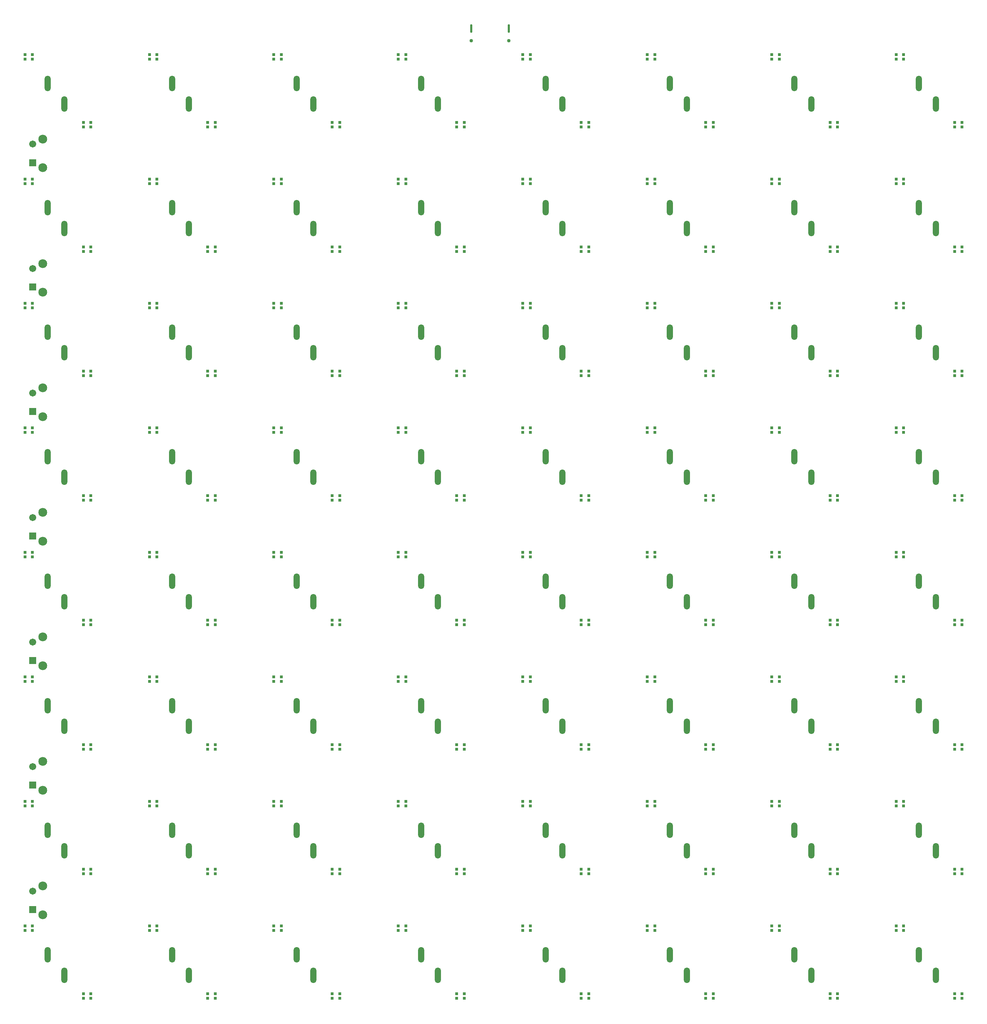
<source format=gbr>
%TF.GenerationSoftware,KiCad,Pcbnew,9.0.1*%
%TF.CreationDate,2025-05-31T00:25:17+01:00*%
%TF.ProjectId,Button MIDI Controller,42757474-6f6e-4204-9d49-444920436f6e,rev?*%
%TF.SameCoordinates,Original*%
%TF.FileFunction,Soldermask,Top*%
%TF.FilePolarity,Negative*%
%FSLAX46Y46*%
G04 Gerber Fmt 4.6, Leading zero omitted, Abs format (unit mm)*
G04 Created by KiCad (PCBNEW 9.0.1) date 2025-05-31 00:25:17*
%MOMM*%
%LPD*%
G01*
G04 APERTURE LIST*
G04 Aperture macros list*
%AMRoundRect*
0 Rectangle with rounded corners*
0 $1 Rounding radius*
0 $2 $3 $4 $5 $6 $7 $8 $9 X,Y pos of 4 corners*
0 Add a 4 corners polygon primitive as box body*
4,1,4,$2,$3,$4,$5,$6,$7,$8,$9,$2,$3,0*
0 Add four circle primitives for the rounded corners*
1,1,$1+$1,$2,$3*
1,1,$1+$1,$4,$5*
1,1,$1+$1,$6,$7*
1,1,$1+$1,$8,$9*
0 Add four rect primitives between the rounded corners*
20,1,$1+$1,$2,$3,$4,$5,0*
20,1,$1+$1,$4,$5,$6,$7,0*
20,1,$1+$1,$6,$7,$8,$9,0*
20,1,$1+$1,$8,$9,$2,$3,0*%
G04 Aperture macros list end*
%ADD10C,0.850000*%
%ADD11O,0.550000X2.050000*%
%ADD12R,0.700000X0.700000*%
%ADD13C,1.712000*%
%ADD14RoundRect,0.102000X-0.754000X0.754000X-0.754000X-0.754000X0.754000X-0.754000X0.754000X0.754000X0*%
%ADD15C,2.154000*%
%ADD16O,1.500000X3.800000*%
G04 APERTURE END LIST*
D10*
%TO.C,J2*%
X-172685000Y316588000D03*
D11*
X-172685000Y319568000D03*
D10*
X-163495000Y316588000D03*
D11*
X-163495000Y319568000D03*
%TD*%
D12*
%TO.C,D192*%
X-267117000Y84614000D03*
X-267117000Y83514000D03*
X-265287000Y83514000D03*
X-265287000Y84614000D03*
%TD*%
%TO.C,D191*%
X-236817000Y84614000D03*
X-236817000Y83514000D03*
X-234987000Y83514000D03*
X-234987000Y84614000D03*
%TD*%
%TO.C,D190*%
X-206517000Y84614000D03*
X-206517000Y83514000D03*
X-204687000Y83514000D03*
X-204687000Y84614000D03*
%TD*%
%TO.C,D189*%
X-176217000Y84614000D03*
X-176217000Y83514000D03*
X-174387000Y83514000D03*
X-174387000Y84614000D03*
%TD*%
%TO.C,D188*%
X-145917000Y84614000D03*
X-145917000Y83514000D03*
X-144087000Y83514000D03*
X-144087000Y84614000D03*
%TD*%
%TO.C,D187*%
X-115617000Y84614000D03*
X-115617000Y83514000D03*
X-113787000Y83514000D03*
X-113787000Y84614000D03*
%TD*%
%TO.C,D186*%
X-85317000Y84614000D03*
X-85317000Y83514000D03*
X-83487000Y83514000D03*
X-83487000Y84614000D03*
%TD*%
%TO.C,D185*%
X-55017000Y84614000D03*
X-55017000Y83514000D03*
X-53187000Y83514000D03*
X-53187000Y84614000D03*
%TD*%
%TO.C,D184*%
X-67401000Y100024000D03*
X-67401000Y101124000D03*
X-69231000Y101124000D03*
X-69231000Y100024000D03*
%TD*%
%TO.C,D183*%
X-97701000Y100024000D03*
X-97701000Y101124000D03*
X-99531000Y101124000D03*
X-99531000Y100024000D03*
%TD*%
%TO.C,D182*%
X-128001000Y100024000D03*
X-128001000Y101124000D03*
X-129831000Y101124000D03*
X-129831000Y100024000D03*
%TD*%
%TO.C,D181*%
X-158301000Y100024000D03*
X-158301000Y101124000D03*
X-160131000Y101124000D03*
X-160131000Y100024000D03*
%TD*%
%TO.C,D180*%
X-188601000Y100024000D03*
X-188601000Y101124000D03*
X-190431000Y101124000D03*
X-190431000Y100024000D03*
%TD*%
%TO.C,D179*%
X-218901000Y100024000D03*
X-218901000Y101124000D03*
X-220731000Y101124000D03*
X-220731000Y100024000D03*
%TD*%
%TO.C,D178*%
X-249201000Y100024000D03*
X-249201000Y101124000D03*
X-251031000Y101124000D03*
X-251031000Y100024000D03*
%TD*%
%TO.C,D177*%
X-279501000Y100024000D03*
X-279501000Y101124000D03*
X-281331000Y101124000D03*
X-281331000Y100024000D03*
%TD*%
%TO.C,D176*%
X-267117000Y114914000D03*
X-267117000Y113814000D03*
X-265287000Y113814000D03*
X-265287000Y114914000D03*
%TD*%
%TO.C,D175*%
X-236817000Y114914000D03*
X-236817000Y113814000D03*
X-234987000Y113814000D03*
X-234987000Y114914000D03*
%TD*%
%TO.C,D174*%
X-206517000Y114914000D03*
X-206517000Y113814000D03*
X-204687000Y113814000D03*
X-204687000Y114914000D03*
%TD*%
%TO.C,D173*%
X-176217000Y114914000D03*
X-176217000Y113814000D03*
X-174387000Y113814000D03*
X-174387000Y114914000D03*
%TD*%
%TO.C,D172*%
X-145917000Y114914000D03*
X-145917000Y113814000D03*
X-144087000Y113814000D03*
X-144087000Y114914000D03*
%TD*%
%TO.C,D171*%
X-115617000Y114914000D03*
X-115617000Y113814000D03*
X-113787000Y113814000D03*
X-113787000Y114914000D03*
%TD*%
%TO.C,D170*%
X-85317000Y114914000D03*
X-85317000Y113814000D03*
X-83487000Y113814000D03*
X-83487000Y114914000D03*
%TD*%
%TO.C,D169*%
X-55017000Y114914000D03*
X-55017000Y113814000D03*
X-53187000Y113814000D03*
X-53187000Y114914000D03*
%TD*%
%TO.C,D168*%
X-67401000Y130324000D03*
X-67401000Y131424000D03*
X-69231000Y131424000D03*
X-69231000Y130324000D03*
%TD*%
%TO.C,D167*%
X-97701000Y130324000D03*
X-97701000Y131424000D03*
X-99531000Y131424000D03*
X-99531000Y130324000D03*
%TD*%
%TO.C,D166*%
X-128001000Y130324000D03*
X-128001000Y131424000D03*
X-129831000Y131424000D03*
X-129831000Y130324000D03*
%TD*%
%TO.C,D165*%
X-158301000Y130324000D03*
X-158301000Y131424000D03*
X-160131000Y131424000D03*
X-160131000Y130324000D03*
%TD*%
%TO.C,D164*%
X-188601000Y130324000D03*
X-188601000Y131424000D03*
X-190431000Y131424000D03*
X-190431000Y130324000D03*
%TD*%
%TO.C,D163*%
X-218901000Y130324000D03*
X-218901000Y131424000D03*
X-220731000Y131424000D03*
X-220731000Y130324000D03*
%TD*%
%TO.C,D162*%
X-249201000Y130324000D03*
X-249201000Y131424000D03*
X-251031000Y131424000D03*
X-251031000Y130324000D03*
%TD*%
%TO.C,D161*%
X-279501000Y130324000D03*
X-279501000Y131424000D03*
X-281331000Y131424000D03*
X-281331000Y130324000D03*
%TD*%
%TO.C,D160*%
X-267117000Y145214000D03*
X-267117000Y144114000D03*
X-265287000Y144114000D03*
X-265287000Y145214000D03*
%TD*%
%TO.C,D159*%
X-236817000Y145214000D03*
X-236817000Y144114000D03*
X-234987000Y144114000D03*
X-234987000Y145214000D03*
%TD*%
%TO.C,D158*%
X-206517000Y145214000D03*
X-206517000Y144114000D03*
X-204687000Y144114000D03*
X-204687000Y145214000D03*
%TD*%
%TO.C,D157*%
X-176217000Y145214000D03*
X-176217000Y144114000D03*
X-174387000Y144114000D03*
X-174387000Y145214000D03*
%TD*%
%TO.C,D156*%
X-145917000Y145214000D03*
X-145917000Y144114000D03*
X-144087000Y144114000D03*
X-144087000Y145214000D03*
%TD*%
%TO.C,D155*%
X-115617000Y145214000D03*
X-115617000Y144114000D03*
X-113787000Y144114000D03*
X-113787000Y145214000D03*
%TD*%
%TO.C,D154*%
X-85317000Y145214000D03*
X-85317000Y144114000D03*
X-83487000Y144114000D03*
X-83487000Y145214000D03*
%TD*%
%TO.C,D153*%
X-55017000Y145214000D03*
X-55017000Y144114000D03*
X-53187000Y144114000D03*
X-53187000Y145214000D03*
%TD*%
%TO.C,D152*%
X-67401000Y160624000D03*
X-67401000Y161724000D03*
X-69231000Y161724000D03*
X-69231000Y160624000D03*
%TD*%
%TO.C,D151*%
X-97701000Y160624000D03*
X-97701000Y161724000D03*
X-99531000Y161724000D03*
X-99531000Y160624000D03*
%TD*%
%TO.C,D150*%
X-128001000Y160624000D03*
X-128001000Y161724000D03*
X-129831000Y161724000D03*
X-129831000Y160624000D03*
%TD*%
%TO.C,D149*%
X-158301000Y160624000D03*
X-158301000Y161724000D03*
X-160131000Y161724000D03*
X-160131000Y160624000D03*
%TD*%
%TO.C,D148*%
X-188601000Y160624000D03*
X-188601000Y161724000D03*
X-190431000Y161724000D03*
X-190431000Y160624000D03*
%TD*%
%TO.C,D147*%
X-218901000Y160624000D03*
X-218901000Y161724000D03*
X-220731000Y161724000D03*
X-220731000Y160624000D03*
%TD*%
%TO.C,D146*%
X-249201000Y160624000D03*
X-249201000Y161724000D03*
X-251031000Y161724000D03*
X-251031000Y160624000D03*
%TD*%
%TO.C,D145*%
X-279501000Y160624000D03*
X-279501000Y161724000D03*
X-281331000Y161724000D03*
X-281331000Y160624000D03*
%TD*%
%TO.C,D144*%
X-267117000Y175514000D03*
X-267117000Y174414000D03*
X-265287000Y174414000D03*
X-265287000Y175514000D03*
%TD*%
%TO.C,D143*%
X-236817000Y175514000D03*
X-236817000Y174414000D03*
X-234987000Y174414000D03*
X-234987000Y175514000D03*
%TD*%
%TO.C,D142*%
X-206517000Y175514000D03*
X-206517000Y174414000D03*
X-204687000Y174414000D03*
X-204687000Y175514000D03*
%TD*%
%TO.C,D141*%
X-176217000Y175514000D03*
X-176217000Y174414000D03*
X-174387000Y174414000D03*
X-174387000Y175514000D03*
%TD*%
%TO.C,D140*%
X-145917000Y175514000D03*
X-145917000Y174414000D03*
X-144087000Y174414000D03*
X-144087000Y175514000D03*
%TD*%
%TO.C,D139*%
X-115617000Y175514000D03*
X-115617000Y174414000D03*
X-113787000Y174414000D03*
X-113787000Y175514000D03*
%TD*%
%TO.C,D138*%
X-85317000Y175514000D03*
X-85317000Y174414000D03*
X-83487000Y174414000D03*
X-83487000Y175514000D03*
%TD*%
%TO.C,D137*%
X-55017000Y175514000D03*
X-55017000Y174414000D03*
X-53187000Y174414000D03*
X-53187000Y175514000D03*
%TD*%
%TO.C,D136*%
X-67401000Y190924000D03*
X-67401000Y192024000D03*
X-69231000Y192024000D03*
X-69231000Y190924000D03*
%TD*%
%TO.C,D135*%
X-97701000Y190924000D03*
X-97701000Y192024000D03*
X-99531000Y192024000D03*
X-99531000Y190924000D03*
%TD*%
%TO.C,D134*%
X-128001000Y190924000D03*
X-128001000Y192024000D03*
X-129831000Y192024000D03*
X-129831000Y190924000D03*
%TD*%
%TO.C,D133*%
X-158301000Y190924000D03*
X-158301000Y192024000D03*
X-160131000Y192024000D03*
X-160131000Y190924000D03*
%TD*%
%TO.C,D132*%
X-188601000Y190924000D03*
X-188601000Y192024000D03*
X-190431000Y192024000D03*
X-190431000Y190924000D03*
%TD*%
%TO.C,D131*%
X-218901000Y190924000D03*
X-218901000Y192024000D03*
X-220731000Y192024000D03*
X-220731000Y190924000D03*
%TD*%
%TO.C,D130*%
X-249201000Y190924000D03*
X-249201000Y192024000D03*
X-251031000Y192024000D03*
X-251031000Y190924000D03*
%TD*%
%TO.C,D129*%
X-279501000Y190924000D03*
X-279501000Y192024000D03*
X-281331000Y192024000D03*
X-281331000Y190924000D03*
%TD*%
%TO.C,D128*%
X-267117000Y205814000D03*
X-267117000Y204714000D03*
X-265287000Y204714000D03*
X-265287000Y205814000D03*
%TD*%
%TO.C,D127*%
X-236817000Y205814000D03*
X-236817000Y204714000D03*
X-234987000Y204714000D03*
X-234987000Y205814000D03*
%TD*%
%TO.C,D126*%
X-206517000Y205814000D03*
X-206517000Y204714000D03*
X-204687000Y204714000D03*
X-204687000Y205814000D03*
%TD*%
%TO.C,D125*%
X-176217000Y205814000D03*
X-176217000Y204714000D03*
X-174387000Y204714000D03*
X-174387000Y205814000D03*
%TD*%
%TO.C,D124*%
X-145917000Y205814000D03*
X-145917000Y204714000D03*
X-144087000Y204714000D03*
X-144087000Y205814000D03*
%TD*%
%TO.C,D123*%
X-115617000Y205814000D03*
X-115617000Y204714000D03*
X-113787000Y204714000D03*
X-113787000Y205814000D03*
%TD*%
%TO.C,D122*%
X-85317000Y205814000D03*
X-85317000Y204714000D03*
X-83487000Y204714000D03*
X-83487000Y205814000D03*
%TD*%
%TO.C,D121*%
X-55017000Y205814000D03*
X-55017000Y204714000D03*
X-53187000Y204714000D03*
X-53187000Y205814000D03*
%TD*%
%TO.C,D120*%
X-67401000Y221224000D03*
X-67401000Y222324000D03*
X-69231000Y222324000D03*
X-69231000Y221224000D03*
%TD*%
%TO.C,D119*%
X-97701000Y221224000D03*
X-97701000Y222324000D03*
X-99531000Y222324000D03*
X-99531000Y221224000D03*
%TD*%
%TO.C,D118*%
X-128001000Y221224000D03*
X-128001000Y222324000D03*
X-129831000Y222324000D03*
X-129831000Y221224000D03*
%TD*%
%TO.C,D117*%
X-158301000Y221224000D03*
X-158301000Y222324000D03*
X-160131000Y222324000D03*
X-160131000Y221224000D03*
%TD*%
%TO.C,D116*%
X-188601000Y221224000D03*
X-188601000Y222324000D03*
X-190431000Y222324000D03*
X-190431000Y221224000D03*
%TD*%
%TO.C,D115*%
X-218901000Y221224000D03*
X-218901000Y222324000D03*
X-220731000Y222324000D03*
X-220731000Y221224000D03*
%TD*%
%TO.C,D114*%
X-249201000Y221224000D03*
X-249201000Y222324000D03*
X-251031000Y222324000D03*
X-251031000Y221224000D03*
%TD*%
%TO.C,D113*%
X-279501000Y221224000D03*
X-279501000Y222324000D03*
X-281331000Y222324000D03*
X-281331000Y221224000D03*
%TD*%
%TO.C,D112*%
X-267117000Y236114000D03*
X-267117000Y235014000D03*
X-265287000Y235014000D03*
X-265287000Y236114000D03*
%TD*%
%TO.C,D111*%
X-236817000Y236114000D03*
X-236817000Y235014000D03*
X-234987000Y235014000D03*
X-234987000Y236114000D03*
%TD*%
%TO.C,D110*%
X-206517000Y236114000D03*
X-206517000Y235014000D03*
X-204687000Y235014000D03*
X-204687000Y236114000D03*
%TD*%
%TO.C,D109*%
X-176217000Y236114000D03*
X-176217000Y235014000D03*
X-174387000Y235014000D03*
X-174387000Y236114000D03*
%TD*%
%TO.C,D108*%
X-145917000Y236114000D03*
X-145917000Y235014000D03*
X-144087000Y235014000D03*
X-144087000Y236114000D03*
%TD*%
%TO.C,D107*%
X-115617000Y236114000D03*
X-115617000Y235014000D03*
X-113787000Y235014000D03*
X-113787000Y236114000D03*
%TD*%
%TO.C,D106*%
X-85317000Y236114000D03*
X-85317000Y235014000D03*
X-83487000Y235014000D03*
X-83487000Y236114000D03*
%TD*%
%TO.C,D105*%
X-55017000Y236114000D03*
X-55017000Y235014000D03*
X-53187000Y235014000D03*
X-53187000Y236114000D03*
%TD*%
%TO.C,D104*%
X-67401000Y251524000D03*
X-67401000Y252624000D03*
X-69231000Y252624000D03*
X-69231000Y251524000D03*
%TD*%
%TO.C,D103*%
X-97701000Y251524000D03*
X-97701000Y252624000D03*
X-99531000Y252624000D03*
X-99531000Y251524000D03*
%TD*%
%TO.C,D102*%
X-128001000Y251524000D03*
X-128001000Y252624000D03*
X-129831000Y252624000D03*
X-129831000Y251524000D03*
%TD*%
%TO.C,D101*%
X-158301000Y251524000D03*
X-158301000Y252624000D03*
X-160131000Y252624000D03*
X-160131000Y251524000D03*
%TD*%
%TO.C,D100*%
X-188601000Y251524000D03*
X-188601000Y252624000D03*
X-190431000Y252624000D03*
X-190431000Y251524000D03*
%TD*%
%TO.C,D99*%
X-218901000Y251524000D03*
X-218901000Y252624000D03*
X-220731000Y252624000D03*
X-220731000Y251524000D03*
%TD*%
%TO.C,D98*%
X-249201000Y251524000D03*
X-249201000Y252624000D03*
X-251031000Y252624000D03*
X-251031000Y251524000D03*
%TD*%
%TO.C,D97*%
X-279501000Y251524000D03*
X-279501000Y252624000D03*
X-281331000Y252624000D03*
X-281331000Y251524000D03*
%TD*%
%TO.C,D96*%
X-267117000Y266414000D03*
X-267117000Y265314000D03*
X-265287000Y265314000D03*
X-265287000Y266414000D03*
%TD*%
%TO.C,D95*%
X-236817000Y266414000D03*
X-236817000Y265314000D03*
X-234987000Y265314000D03*
X-234987000Y266414000D03*
%TD*%
%TO.C,D94*%
X-206517000Y266414000D03*
X-206517000Y265314000D03*
X-204687000Y265314000D03*
X-204687000Y266414000D03*
%TD*%
%TO.C,D93*%
X-176217000Y266414000D03*
X-176217000Y265314000D03*
X-174387000Y265314000D03*
X-174387000Y266414000D03*
%TD*%
%TO.C,D92*%
X-145917000Y266414000D03*
X-145917000Y265314000D03*
X-144087000Y265314000D03*
X-144087000Y266414000D03*
%TD*%
%TO.C,D91*%
X-115617000Y266414000D03*
X-115617000Y265314000D03*
X-113787000Y265314000D03*
X-113787000Y266414000D03*
%TD*%
%TO.C,D90*%
X-85317000Y266414000D03*
X-85317000Y265314000D03*
X-83487000Y265314000D03*
X-83487000Y266414000D03*
%TD*%
%TO.C,D89*%
X-55017000Y266414000D03*
X-55017000Y265314000D03*
X-53187000Y265314000D03*
X-53187000Y266414000D03*
%TD*%
%TO.C,D88*%
X-67401000Y281824000D03*
X-67401000Y282924000D03*
X-69231000Y282924000D03*
X-69231000Y281824000D03*
%TD*%
%TO.C,D87*%
X-97701000Y281824000D03*
X-97701000Y282924000D03*
X-99531000Y282924000D03*
X-99531000Y281824000D03*
%TD*%
%TO.C,D86*%
X-128001000Y281824000D03*
X-128001000Y282924000D03*
X-129831000Y282924000D03*
X-129831000Y281824000D03*
%TD*%
%TO.C,D85*%
X-158301000Y281824000D03*
X-158301000Y282924000D03*
X-160131000Y282924000D03*
X-160131000Y281824000D03*
%TD*%
%TO.C,D84*%
X-188601000Y281824000D03*
X-188601000Y282924000D03*
X-190431000Y282924000D03*
X-190431000Y281824000D03*
%TD*%
%TO.C,D83*%
X-218901000Y281824000D03*
X-218901000Y282924000D03*
X-220731000Y282924000D03*
X-220731000Y281824000D03*
%TD*%
%TO.C,D82*%
X-249201000Y281824000D03*
X-249201000Y282924000D03*
X-251031000Y282924000D03*
X-251031000Y281824000D03*
%TD*%
%TO.C,D81*%
X-279501000Y281824000D03*
X-279501000Y282924000D03*
X-281331000Y282924000D03*
X-281331000Y281824000D03*
%TD*%
%TO.C,D80*%
X-267117000Y296714000D03*
X-267117000Y295614000D03*
X-265287000Y295614000D03*
X-265287000Y296714000D03*
%TD*%
%TO.C,D79*%
X-236817000Y296714000D03*
X-236817000Y295614000D03*
X-234987000Y295614000D03*
X-234987000Y296714000D03*
%TD*%
%TO.C,D78*%
X-206517000Y296714000D03*
X-206517000Y295614000D03*
X-204687000Y295614000D03*
X-204687000Y296714000D03*
%TD*%
%TO.C,D77*%
X-176217000Y296714000D03*
X-176217000Y295614000D03*
X-174387000Y295614000D03*
X-174387000Y296714000D03*
%TD*%
%TO.C,D76*%
X-145917000Y296714000D03*
X-145917000Y295614000D03*
X-144087000Y295614000D03*
X-144087000Y296714000D03*
%TD*%
%TO.C,D75*%
X-115617000Y296714000D03*
X-115617000Y295614000D03*
X-113787000Y295614000D03*
X-113787000Y296714000D03*
%TD*%
%TO.C,D74*%
X-85317000Y296714000D03*
X-85317000Y295614000D03*
X-83487000Y295614000D03*
X-83487000Y296714000D03*
%TD*%
%TO.C,D73*%
X-55017000Y296714000D03*
X-55017000Y295614000D03*
X-53187000Y295614000D03*
X-53187000Y296714000D03*
%TD*%
%TO.C,D72*%
X-67401000Y312124000D03*
X-67401000Y313224000D03*
X-69231000Y313224000D03*
X-69231000Y312124000D03*
%TD*%
%TO.C,D71*%
X-97701000Y312124000D03*
X-97701000Y313224000D03*
X-99531000Y313224000D03*
X-99531000Y312124000D03*
%TD*%
%TO.C,D70*%
X-128001000Y312124000D03*
X-128001000Y313224000D03*
X-129831000Y313224000D03*
X-129831000Y312124000D03*
%TD*%
%TO.C,D69*%
X-158301000Y312124000D03*
X-158301000Y313224000D03*
X-160131000Y313224000D03*
X-160131000Y312124000D03*
%TD*%
%TO.C,D68*%
X-188601000Y312124000D03*
X-188601000Y313224000D03*
X-190431000Y313224000D03*
X-190431000Y312124000D03*
%TD*%
%TO.C,D67*%
X-218901000Y312124000D03*
X-218901000Y313224000D03*
X-220731000Y313224000D03*
X-220731000Y312124000D03*
%TD*%
%TO.C,D66*%
X-249201000Y312124000D03*
X-249201000Y313224000D03*
X-251031000Y313224000D03*
X-251031000Y312124000D03*
%TD*%
%TO.C,D65*%
X-279501000Y312124000D03*
X-279501000Y313224000D03*
X-281331000Y313224000D03*
X-281331000Y312124000D03*
%TD*%
D13*
%TO.C,S2*%
X-279464000Y261100000D03*
D14*
X-279464000Y256600000D03*
D15*
X-276964000Y262350000D03*
X-276964000Y255350000D03*
%TD*%
D16*
%TO.C,MX32*%
X-63700000Y215300000D03*
X-59600000Y210300000D03*
%TD*%
%TO.C,MX40*%
X-63700000Y185000000D03*
X-59600000Y180000000D03*
%TD*%
%TO.C,MX48*%
X-63700000Y154700000D03*
X-59600000Y149700000D03*
%TD*%
%TO.C,MX56*%
X-63700000Y124400000D03*
X-59600000Y119400000D03*
%TD*%
%TO.C,MX64*%
X-63700000Y94100000D03*
X-59600000Y89100000D03*
%TD*%
D15*
%TO.C,S1*%
X-276964000Y285650000D03*
X-276964000Y292650000D03*
D14*
X-279464000Y286900000D03*
D13*
X-279464000Y291400000D03*
%TD*%
D15*
%TO.C,S3*%
X-276964000Y225050000D03*
X-276964000Y232050000D03*
D14*
X-279464000Y226300000D03*
D13*
X-279464000Y230800000D03*
%TD*%
D15*
%TO.C,S4*%
X-276964000Y194750000D03*
X-276964000Y201750000D03*
D14*
X-279464000Y196000000D03*
D13*
X-279464000Y200500000D03*
%TD*%
D15*
%TO.C,S5*%
X-276964000Y164450000D03*
X-276964000Y171450000D03*
D14*
X-279464000Y165700000D03*
D13*
X-279464000Y170200000D03*
%TD*%
D15*
%TO.C,S6*%
X-276964000Y134150000D03*
X-276964000Y141150000D03*
D14*
X-279464000Y135400000D03*
D13*
X-279464000Y139900000D03*
%TD*%
D15*
%TO.C,S7*%
X-276964000Y103850000D03*
X-276964000Y110850000D03*
D14*
X-279464000Y105100000D03*
D13*
X-279464000Y109600000D03*
%TD*%
D16*
%TO.C,MX12*%
X-180800000Y270900000D03*
X-184900000Y275900000D03*
%TD*%
%TO.C,MX51*%
X-211100000Y119400000D03*
X-215200000Y124400000D03*
%TD*%
%TO.C,MX22*%
X-120200000Y240600000D03*
X-124300000Y245600000D03*
%TD*%
%TO.C,MX4*%
X-180800000Y301200000D03*
X-184900000Y306200000D03*
%TD*%
%TO.C,MX2*%
X-241400000Y301200000D03*
X-245500000Y306200000D03*
%TD*%
%TO.C,MX46*%
X-120200000Y149700000D03*
X-124300000Y154700000D03*
%TD*%
%TO.C,MX55*%
X-89900000Y119400000D03*
X-94000000Y124400000D03*
%TD*%
%TO.C,MX47*%
X-89900000Y149700000D03*
X-94000000Y154700000D03*
%TD*%
%TO.C,MX42*%
X-241400000Y149700000D03*
X-245500000Y154700000D03*
%TD*%
%TO.C,MX53*%
X-150500000Y119400000D03*
X-154600000Y124400000D03*
%TD*%
%TO.C,MX38*%
X-120200000Y180000000D03*
X-124300000Y185000000D03*
%TD*%
%TO.C,MX37*%
X-150500000Y180000000D03*
X-154600000Y185000000D03*
%TD*%
%TO.C,MX61*%
X-150500000Y89100000D03*
X-154600000Y94100000D03*
%TD*%
%TO.C,MX52*%
X-180800000Y119400000D03*
X-184900000Y124400000D03*
%TD*%
%TO.C,MX50*%
X-241400000Y119400000D03*
X-245500000Y124400000D03*
%TD*%
%TO.C,MX14*%
X-120200000Y270900000D03*
X-124300000Y275900000D03*
%TD*%
%TO.C,MX8*%
X-59600000Y301200000D03*
X-63700000Y306200000D03*
%TD*%
%TO.C,MX45*%
X-150500000Y149700000D03*
X-154600000Y154700000D03*
%TD*%
%TO.C,MX5*%
X-150500000Y301200000D03*
X-154600000Y306200000D03*
%TD*%
%TO.C,MX6*%
X-120200000Y301200000D03*
X-124300000Y306200000D03*
%TD*%
%TO.C,MX57*%
X-271700000Y89100000D03*
X-275800000Y94100000D03*
%TD*%
%TO.C,MX17*%
X-271700000Y240600000D03*
X-275800000Y245600000D03*
%TD*%
%TO.C,MX15*%
X-89900000Y270900000D03*
X-94000000Y275900000D03*
%TD*%
%TO.C,MX36*%
X-180800000Y180000000D03*
X-184900000Y185000000D03*
%TD*%
%TO.C,MX29*%
X-150500000Y210300000D03*
X-154600000Y215300000D03*
%TD*%
%TO.C,MX21*%
X-150500000Y240600000D03*
X-154600000Y245600000D03*
%TD*%
%TO.C,MX18*%
X-241400000Y240600000D03*
X-245500000Y245600000D03*
%TD*%
%TO.C,MX13*%
X-150500000Y270900000D03*
X-154600000Y275900000D03*
%TD*%
%TO.C,MX23*%
X-89900000Y240600000D03*
X-94000000Y245600000D03*
%TD*%
%TO.C,MX43*%
X-211100000Y149700000D03*
X-215200000Y154700000D03*
%TD*%
%TO.C,MX35*%
X-211100000Y180000000D03*
X-215200000Y185000000D03*
%TD*%
%TO.C,MX24*%
X-59600000Y240600000D03*
X-63700000Y245600000D03*
%TD*%
%TO.C,MX62*%
X-120200000Y89100000D03*
X-124300000Y94100000D03*
%TD*%
%TO.C,MX34*%
X-241400000Y180000000D03*
X-245500000Y185000000D03*
%TD*%
%TO.C,MX49*%
X-271700000Y119400000D03*
X-275800000Y124400000D03*
%TD*%
%TO.C,MX19*%
X-211100000Y240600000D03*
X-215200000Y245600000D03*
%TD*%
%TO.C,MX3*%
X-211100000Y301200000D03*
X-215200000Y306200000D03*
%TD*%
%TO.C,MX1*%
X-271700000Y301200000D03*
X-275800000Y306200000D03*
%TD*%
%TO.C,MX9*%
X-271700000Y270900000D03*
X-275800000Y275900000D03*
%TD*%
%TO.C,MX60*%
X-180800000Y89100000D03*
X-184900000Y94100000D03*
%TD*%
%TO.C,MX27*%
X-211100000Y210300000D03*
X-215200000Y215300000D03*
%TD*%
%TO.C,MX54*%
X-120200000Y119400000D03*
X-124300000Y124400000D03*
%TD*%
%TO.C,MX58*%
X-241400000Y89100000D03*
X-245500000Y94100000D03*
%TD*%
%TO.C,MX33*%
X-271700000Y180000000D03*
X-275800000Y185000000D03*
%TD*%
%TO.C,MX16*%
X-59600000Y270900000D03*
X-63700000Y275900000D03*
%TD*%
%TO.C,MX30*%
X-120200000Y210300000D03*
X-124300000Y215300000D03*
%TD*%
%TO.C,MX7*%
X-89900000Y301200000D03*
X-94000000Y306200000D03*
%TD*%
%TO.C,MX28*%
X-180800000Y210300000D03*
X-184900000Y215300000D03*
%TD*%
%TO.C,MX26*%
X-241400000Y210300000D03*
X-245500000Y215300000D03*
%TD*%
%TO.C,MX63*%
X-89900000Y89100000D03*
X-94000000Y94100000D03*
%TD*%
%TO.C,MX44*%
X-180800000Y149700000D03*
X-184900000Y154700000D03*
%TD*%
%TO.C,MX39*%
X-89900000Y180000000D03*
X-94000000Y185000000D03*
%TD*%
%TO.C,MX20*%
X-180800000Y240600000D03*
X-184900000Y245600000D03*
%TD*%
%TO.C,MX25*%
X-271700000Y210300000D03*
X-275800000Y215300000D03*
%TD*%
%TO.C,MX59*%
X-211100000Y89100000D03*
X-215200000Y94100000D03*
%TD*%
%TO.C,MX41*%
X-271700000Y149700000D03*
X-275800000Y154700000D03*
%TD*%
%TO.C,MX31*%
X-89900000Y210300000D03*
X-94000000Y215300000D03*
%TD*%
%TO.C,MX10*%
X-241400000Y270900000D03*
X-245500000Y275900000D03*
%TD*%
%TO.C,MX11*%
X-211100000Y270900000D03*
X-215200000Y275900000D03*
%TD*%
M02*

</source>
